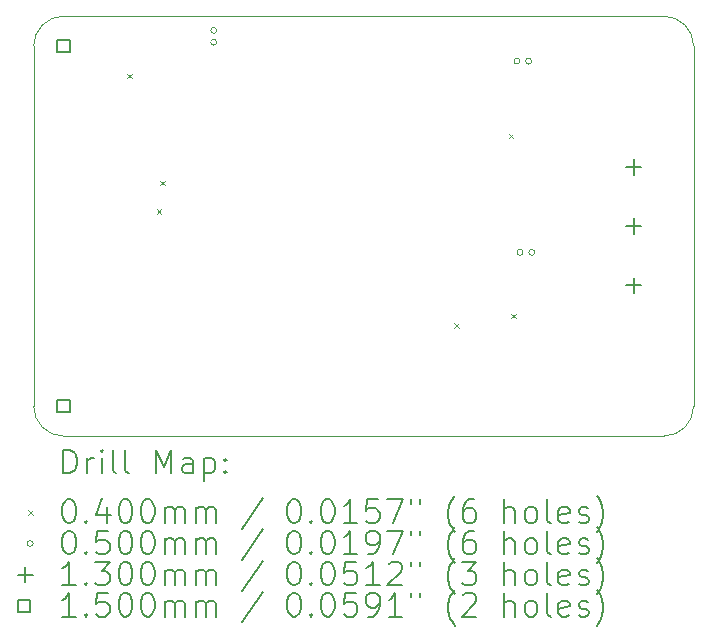
<source format=gbr>
%TF.GenerationSoftware,KiCad,Pcbnew,(6.0.11)*%
%TF.CreationDate,2023-02-10T19:02:42+05:30*%
%TF.ProjectId,1,312e6b69-6361-4645-9f70-636258585858,rev?*%
%TF.SameCoordinates,Original*%
%TF.FileFunction,Drillmap*%
%TF.FilePolarity,Positive*%
%FSLAX45Y45*%
G04 Gerber Fmt 4.5, Leading zero omitted, Abs format (unit mm)*
G04 Created by KiCad (PCBNEW (6.0.11)) date 2023-02-10 19:02:42*
%MOMM*%
%LPD*%
G01*
G04 APERTURE LIST*
%ADD10C,0.100000*%
%ADD11C,0.200000*%
%ADD12C,0.040000*%
%ADD13C,0.050000*%
%ADD14C,0.130000*%
%ADD15C,0.150000*%
G04 APERTURE END LIST*
D10*
X18542000Y-6858000D02*
X13462000Y-6858000D01*
X18542000Y-10414000D02*
G75*
G03*
X18796000Y-10160000I0J254000D01*
G01*
X13462000Y-6858000D02*
G75*
G03*
X13208000Y-7112000I0J-254000D01*
G01*
X13208000Y-10160000D02*
G75*
G03*
X13462000Y-10414000I254000J0D01*
G01*
X18796000Y-7112000D02*
G75*
G03*
X18542000Y-6858000I-254000J0D01*
G01*
X18796000Y-10160000D02*
X18796000Y-7112000D01*
X13208000Y-7112000D02*
X13208000Y-10160000D01*
X13462000Y-10414000D02*
X18542000Y-10414000D01*
D11*
D12*
X13996900Y-7346000D02*
X14036900Y-7386000D01*
X14036900Y-7346000D02*
X13996900Y-7386000D01*
X14250000Y-8490000D02*
X14290000Y-8530000D01*
X14290000Y-8490000D02*
X14250000Y-8530000D01*
X14280000Y-8250000D02*
X14320000Y-8290000D01*
X14320000Y-8250000D02*
X14280000Y-8290000D01*
X16770000Y-9460000D02*
X16810000Y-9500000D01*
X16810000Y-9460000D02*
X16770000Y-9500000D01*
X17229000Y-7854000D02*
X17269000Y-7894000D01*
X17269000Y-7854000D02*
X17229000Y-7894000D01*
X17252000Y-9378000D02*
X17292000Y-9418000D01*
X17292000Y-9378000D02*
X17252000Y-9418000D01*
D13*
X14757000Y-6979200D02*
G75*
G03*
X14757000Y-6979200I-25000J0D01*
G01*
X14757000Y-7079200D02*
G75*
G03*
X14757000Y-7079200I-25000J0D01*
G01*
X17324000Y-7239000D02*
G75*
G03*
X17324000Y-7239000I-25000J0D01*
G01*
X17351000Y-8858250D02*
G75*
G03*
X17351000Y-8858250I-25000J0D01*
G01*
X17424000Y-7239000D02*
G75*
G03*
X17424000Y-7239000I-25000J0D01*
G01*
X17451000Y-8858250D02*
G75*
G03*
X17451000Y-8858250I-25000J0D01*
G01*
D14*
X18288000Y-8071000D02*
X18288000Y-8201000D01*
X18223000Y-8136000D02*
X18353000Y-8136000D01*
X18288000Y-8571000D02*
X18288000Y-8701000D01*
X18223000Y-8636000D02*
X18353000Y-8636000D01*
X18288000Y-9071000D02*
X18288000Y-9201000D01*
X18223000Y-9136000D02*
X18353000Y-9136000D01*
D15*
X13515033Y-7165033D02*
X13515033Y-7058966D01*
X13408966Y-7058966D01*
X13408966Y-7165033D01*
X13515033Y-7165033D01*
X13515033Y-10213034D02*
X13515033Y-10106967D01*
X13408966Y-10106967D01*
X13408966Y-10213034D01*
X13515033Y-10213034D01*
D11*
X13460619Y-10729476D02*
X13460619Y-10529476D01*
X13508238Y-10529476D01*
X13536809Y-10539000D01*
X13555857Y-10558048D01*
X13565381Y-10577095D01*
X13574905Y-10615190D01*
X13574905Y-10643762D01*
X13565381Y-10681857D01*
X13555857Y-10700905D01*
X13536809Y-10719952D01*
X13508238Y-10729476D01*
X13460619Y-10729476D01*
X13660619Y-10729476D02*
X13660619Y-10596143D01*
X13660619Y-10634238D02*
X13670143Y-10615190D01*
X13679667Y-10605667D01*
X13698714Y-10596143D01*
X13717762Y-10596143D01*
X13784428Y-10729476D02*
X13784428Y-10596143D01*
X13784428Y-10529476D02*
X13774905Y-10539000D01*
X13784428Y-10548524D01*
X13793952Y-10539000D01*
X13784428Y-10529476D01*
X13784428Y-10548524D01*
X13908238Y-10729476D02*
X13889190Y-10719952D01*
X13879667Y-10700905D01*
X13879667Y-10529476D01*
X14013000Y-10729476D02*
X13993952Y-10719952D01*
X13984428Y-10700905D01*
X13984428Y-10529476D01*
X14241571Y-10729476D02*
X14241571Y-10529476D01*
X14308238Y-10672333D01*
X14374905Y-10529476D01*
X14374905Y-10729476D01*
X14555857Y-10729476D02*
X14555857Y-10624714D01*
X14546333Y-10605667D01*
X14527286Y-10596143D01*
X14489190Y-10596143D01*
X14470143Y-10605667D01*
X14555857Y-10719952D02*
X14536809Y-10729476D01*
X14489190Y-10729476D01*
X14470143Y-10719952D01*
X14460619Y-10700905D01*
X14460619Y-10681857D01*
X14470143Y-10662810D01*
X14489190Y-10653286D01*
X14536809Y-10653286D01*
X14555857Y-10643762D01*
X14651095Y-10596143D02*
X14651095Y-10796143D01*
X14651095Y-10605667D02*
X14670143Y-10596143D01*
X14708238Y-10596143D01*
X14727286Y-10605667D01*
X14736809Y-10615190D01*
X14746333Y-10634238D01*
X14746333Y-10691381D01*
X14736809Y-10710429D01*
X14727286Y-10719952D01*
X14708238Y-10729476D01*
X14670143Y-10729476D01*
X14651095Y-10719952D01*
X14832048Y-10710429D02*
X14841571Y-10719952D01*
X14832048Y-10729476D01*
X14822524Y-10719952D01*
X14832048Y-10710429D01*
X14832048Y-10729476D01*
X14832048Y-10605667D02*
X14841571Y-10615190D01*
X14832048Y-10624714D01*
X14822524Y-10615190D01*
X14832048Y-10605667D01*
X14832048Y-10624714D01*
D12*
X13163000Y-11039000D02*
X13203000Y-11079000D01*
X13203000Y-11039000D02*
X13163000Y-11079000D01*
D11*
X13498714Y-10949476D02*
X13517762Y-10949476D01*
X13536809Y-10959000D01*
X13546333Y-10968524D01*
X13555857Y-10987571D01*
X13565381Y-11025667D01*
X13565381Y-11073286D01*
X13555857Y-11111381D01*
X13546333Y-11130429D01*
X13536809Y-11139952D01*
X13517762Y-11149476D01*
X13498714Y-11149476D01*
X13479667Y-11139952D01*
X13470143Y-11130429D01*
X13460619Y-11111381D01*
X13451095Y-11073286D01*
X13451095Y-11025667D01*
X13460619Y-10987571D01*
X13470143Y-10968524D01*
X13479667Y-10959000D01*
X13498714Y-10949476D01*
X13651095Y-11130429D02*
X13660619Y-11139952D01*
X13651095Y-11149476D01*
X13641571Y-11139952D01*
X13651095Y-11130429D01*
X13651095Y-11149476D01*
X13832048Y-11016143D02*
X13832048Y-11149476D01*
X13784428Y-10939952D02*
X13736809Y-11082810D01*
X13860619Y-11082810D01*
X13974905Y-10949476D02*
X13993952Y-10949476D01*
X14013000Y-10959000D01*
X14022524Y-10968524D01*
X14032048Y-10987571D01*
X14041571Y-11025667D01*
X14041571Y-11073286D01*
X14032048Y-11111381D01*
X14022524Y-11130429D01*
X14013000Y-11139952D01*
X13993952Y-11149476D01*
X13974905Y-11149476D01*
X13955857Y-11139952D01*
X13946333Y-11130429D01*
X13936809Y-11111381D01*
X13927286Y-11073286D01*
X13927286Y-11025667D01*
X13936809Y-10987571D01*
X13946333Y-10968524D01*
X13955857Y-10959000D01*
X13974905Y-10949476D01*
X14165381Y-10949476D02*
X14184428Y-10949476D01*
X14203476Y-10959000D01*
X14213000Y-10968524D01*
X14222524Y-10987571D01*
X14232048Y-11025667D01*
X14232048Y-11073286D01*
X14222524Y-11111381D01*
X14213000Y-11130429D01*
X14203476Y-11139952D01*
X14184428Y-11149476D01*
X14165381Y-11149476D01*
X14146333Y-11139952D01*
X14136809Y-11130429D01*
X14127286Y-11111381D01*
X14117762Y-11073286D01*
X14117762Y-11025667D01*
X14127286Y-10987571D01*
X14136809Y-10968524D01*
X14146333Y-10959000D01*
X14165381Y-10949476D01*
X14317762Y-11149476D02*
X14317762Y-11016143D01*
X14317762Y-11035190D02*
X14327286Y-11025667D01*
X14346333Y-11016143D01*
X14374905Y-11016143D01*
X14393952Y-11025667D01*
X14403476Y-11044714D01*
X14403476Y-11149476D01*
X14403476Y-11044714D02*
X14413000Y-11025667D01*
X14432048Y-11016143D01*
X14460619Y-11016143D01*
X14479667Y-11025667D01*
X14489190Y-11044714D01*
X14489190Y-11149476D01*
X14584428Y-11149476D02*
X14584428Y-11016143D01*
X14584428Y-11035190D02*
X14593952Y-11025667D01*
X14613000Y-11016143D01*
X14641571Y-11016143D01*
X14660619Y-11025667D01*
X14670143Y-11044714D01*
X14670143Y-11149476D01*
X14670143Y-11044714D02*
X14679667Y-11025667D01*
X14698714Y-11016143D01*
X14727286Y-11016143D01*
X14746333Y-11025667D01*
X14755857Y-11044714D01*
X14755857Y-11149476D01*
X15146333Y-10939952D02*
X14974905Y-11197095D01*
X15403476Y-10949476D02*
X15422524Y-10949476D01*
X15441571Y-10959000D01*
X15451095Y-10968524D01*
X15460619Y-10987571D01*
X15470143Y-11025667D01*
X15470143Y-11073286D01*
X15460619Y-11111381D01*
X15451095Y-11130429D01*
X15441571Y-11139952D01*
X15422524Y-11149476D01*
X15403476Y-11149476D01*
X15384428Y-11139952D01*
X15374905Y-11130429D01*
X15365381Y-11111381D01*
X15355857Y-11073286D01*
X15355857Y-11025667D01*
X15365381Y-10987571D01*
X15374905Y-10968524D01*
X15384428Y-10959000D01*
X15403476Y-10949476D01*
X15555857Y-11130429D02*
X15565381Y-11139952D01*
X15555857Y-11149476D01*
X15546333Y-11139952D01*
X15555857Y-11130429D01*
X15555857Y-11149476D01*
X15689190Y-10949476D02*
X15708238Y-10949476D01*
X15727286Y-10959000D01*
X15736809Y-10968524D01*
X15746333Y-10987571D01*
X15755857Y-11025667D01*
X15755857Y-11073286D01*
X15746333Y-11111381D01*
X15736809Y-11130429D01*
X15727286Y-11139952D01*
X15708238Y-11149476D01*
X15689190Y-11149476D01*
X15670143Y-11139952D01*
X15660619Y-11130429D01*
X15651095Y-11111381D01*
X15641571Y-11073286D01*
X15641571Y-11025667D01*
X15651095Y-10987571D01*
X15660619Y-10968524D01*
X15670143Y-10959000D01*
X15689190Y-10949476D01*
X15946333Y-11149476D02*
X15832048Y-11149476D01*
X15889190Y-11149476D02*
X15889190Y-10949476D01*
X15870143Y-10978048D01*
X15851095Y-10997095D01*
X15832048Y-11006619D01*
X16127286Y-10949476D02*
X16032048Y-10949476D01*
X16022524Y-11044714D01*
X16032048Y-11035190D01*
X16051095Y-11025667D01*
X16098714Y-11025667D01*
X16117762Y-11035190D01*
X16127286Y-11044714D01*
X16136809Y-11063762D01*
X16136809Y-11111381D01*
X16127286Y-11130429D01*
X16117762Y-11139952D01*
X16098714Y-11149476D01*
X16051095Y-11149476D01*
X16032048Y-11139952D01*
X16022524Y-11130429D01*
X16203476Y-10949476D02*
X16336809Y-10949476D01*
X16251095Y-11149476D01*
X16403476Y-10949476D02*
X16403476Y-10987571D01*
X16479667Y-10949476D02*
X16479667Y-10987571D01*
X16774905Y-11225667D02*
X16765381Y-11216143D01*
X16746333Y-11187571D01*
X16736809Y-11168524D01*
X16727286Y-11139952D01*
X16717762Y-11092333D01*
X16717762Y-11054238D01*
X16727286Y-11006619D01*
X16736809Y-10978048D01*
X16746333Y-10959000D01*
X16765381Y-10930429D01*
X16774905Y-10920905D01*
X16936810Y-10949476D02*
X16898714Y-10949476D01*
X16879667Y-10959000D01*
X16870143Y-10968524D01*
X16851095Y-10997095D01*
X16841571Y-11035190D01*
X16841571Y-11111381D01*
X16851095Y-11130429D01*
X16860619Y-11139952D01*
X16879667Y-11149476D01*
X16917762Y-11149476D01*
X16936810Y-11139952D01*
X16946333Y-11130429D01*
X16955857Y-11111381D01*
X16955857Y-11063762D01*
X16946333Y-11044714D01*
X16936810Y-11035190D01*
X16917762Y-11025667D01*
X16879667Y-11025667D01*
X16860619Y-11035190D01*
X16851095Y-11044714D01*
X16841571Y-11063762D01*
X17193952Y-11149476D02*
X17193952Y-10949476D01*
X17279667Y-11149476D02*
X17279667Y-11044714D01*
X17270143Y-11025667D01*
X17251095Y-11016143D01*
X17222524Y-11016143D01*
X17203476Y-11025667D01*
X17193952Y-11035190D01*
X17403476Y-11149476D02*
X17384429Y-11139952D01*
X17374905Y-11130429D01*
X17365381Y-11111381D01*
X17365381Y-11054238D01*
X17374905Y-11035190D01*
X17384429Y-11025667D01*
X17403476Y-11016143D01*
X17432048Y-11016143D01*
X17451095Y-11025667D01*
X17460619Y-11035190D01*
X17470143Y-11054238D01*
X17470143Y-11111381D01*
X17460619Y-11130429D01*
X17451095Y-11139952D01*
X17432048Y-11149476D01*
X17403476Y-11149476D01*
X17584429Y-11149476D02*
X17565381Y-11139952D01*
X17555857Y-11120905D01*
X17555857Y-10949476D01*
X17736810Y-11139952D02*
X17717762Y-11149476D01*
X17679667Y-11149476D01*
X17660619Y-11139952D01*
X17651095Y-11120905D01*
X17651095Y-11044714D01*
X17660619Y-11025667D01*
X17679667Y-11016143D01*
X17717762Y-11016143D01*
X17736810Y-11025667D01*
X17746333Y-11044714D01*
X17746333Y-11063762D01*
X17651095Y-11082810D01*
X17822524Y-11139952D02*
X17841571Y-11149476D01*
X17879667Y-11149476D01*
X17898714Y-11139952D01*
X17908238Y-11120905D01*
X17908238Y-11111381D01*
X17898714Y-11092333D01*
X17879667Y-11082810D01*
X17851095Y-11082810D01*
X17832048Y-11073286D01*
X17822524Y-11054238D01*
X17822524Y-11044714D01*
X17832048Y-11025667D01*
X17851095Y-11016143D01*
X17879667Y-11016143D01*
X17898714Y-11025667D01*
X17974905Y-11225667D02*
X17984429Y-11216143D01*
X18003476Y-11187571D01*
X18013000Y-11168524D01*
X18022524Y-11139952D01*
X18032048Y-11092333D01*
X18032048Y-11054238D01*
X18022524Y-11006619D01*
X18013000Y-10978048D01*
X18003476Y-10959000D01*
X17984429Y-10930429D01*
X17974905Y-10920905D01*
D13*
X13203000Y-11323000D02*
G75*
G03*
X13203000Y-11323000I-25000J0D01*
G01*
D11*
X13498714Y-11213476D02*
X13517762Y-11213476D01*
X13536809Y-11223000D01*
X13546333Y-11232524D01*
X13555857Y-11251571D01*
X13565381Y-11289667D01*
X13565381Y-11337286D01*
X13555857Y-11375381D01*
X13546333Y-11394428D01*
X13536809Y-11403952D01*
X13517762Y-11413476D01*
X13498714Y-11413476D01*
X13479667Y-11403952D01*
X13470143Y-11394428D01*
X13460619Y-11375381D01*
X13451095Y-11337286D01*
X13451095Y-11289667D01*
X13460619Y-11251571D01*
X13470143Y-11232524D01*
X13479667Y-11223000D01*
X13498714Y-11213476D01*
X13651095Y-11394428D02*
X13660619Y-11403952D01*
X13651095Y-11413476D01*
X13641571Y-11403952D01*
X13651095Y-11394428D01*
X13651095Y-11413476D01*
X13841571Y-11213476D02*
X13746333Y-11213476D01*
X13736809Y-11308714D01*
X13746333Y-11299190D01*
X13765381Y-11289667D01*
X13813000Y-11289667D01*
X13832048Y-11299190D01*
X13841571Y-11308714D01*
X13851095Y-11327762D01*
X13851095Y-11375381D01*
X13841571Y-11394428D01*
X13832048Y-11403952D01*
X13813000Y-11413476D01*
X13765381Y-11413476D01*
X13746333Y-11403952D01*
X13736809Y-11394428D01*
X13974905Y-11213476D02*
X13993952Y-11213476D01*
X14013000Y-11223000D01*
X14022524Y-11232524D01*
X14032048Y-11251571D01*
X14041571Y-11289667D01*
X14041571Y-11337286D01*
X14032048Y-11375381D01*
X14022524Y-11394428D01*
X14013000Y-11403952D01*
X13993952Y-11413476D01*
X13974905Y-11413476D01*
X13955857Y-11403952D01*
X13946333Y-11394428D01*
X13936809Y-11375381D01*
X13927286Y-11337286D01*
X13927286Y-11289667D01*
X13936809Y-11251571D01*
X13946333Y-11232524D01*
X13955857Y-11223000D01*
X13974905Y-11213476D01*
X14165381Y-11213476D02*
X14184428Y-11213476D01*
X14203476Y-11223000D01*
X14213000Y-11232524D01*
X14222524Y-11251571D01*
X14232048Y-11289667D01*
X14232048Y-11337286D01*
X14222524Y-11375381D01*
X14213000Y-11394428D01*
X14203476Y-11403952D01*
X14184428Y-11413476D01*
X14165381Y-11413476D01*
X14146333Y-11403952D01*
X14136809Y-11394428D01*
X14127286Y-11375381D01*
X14117762Y-11337286D01*
X14117762Y-11289667D01*
X14127286Y-11251571D01*
X14136809Y-11232524D01*
X14146333Y-11223000D01*
X14165381Y-11213476D01*
X14317762Y-11413476D02*
X14317762Y-11280143D01*
X14317762Y-11299190D02*
X14327286Y-11289667D01*
X14346333Y-11280143D01*
X14374905Y-11280143D01*
X14393952Y-11289667D01*
X14403476Y-11308714D01*
X14403476Y-11413476D01*
X14403476Y-11308714D02*
X14413000Y-11289667D01*
X14432048Y-11280143D01*
X14460619Y-11280143D01*
X14479667Y-11289667D01*
X14489190Y-11308714D01*
X14489190Y-11413476D01*
X14584428Y-11413476D02*
X14584428Y-11280143D01*
X14584428Y-11299190D02*
X14593952Y-11289667D01*
X14613000Y-11280143D01*
X14641571Y-11280143D01*
X14660619Y-11289667D01*
X14670143Y-11308714D01*
X14670143Y-11413476D01*
X14670143Y-11308714D02*
X14679667Y-11289667D01*
X14698714Y-11280143D01*
X14727286Y-11280143D01*
X14746333Y-11289667D01*
X14755857Y-11308714D01*
X14755857Y-11413476D01*
X15146333Y-11203952D02*
X14974905Y-11461095D01*
X15403476Y-11213476D02*
X15422524Y-11213476D01*
X15441571Y-11223000D01*
X15451095Y-11232524D01*
X15460619Y-11251571D01*
X15470143Y-11289667D01*
X15470143Y-11337286D01*
X15460619Y-11375381D01*
X15451095Y-11394428D01*
X15441571Y-11403952D01*
X15422524Y-11413476D01*
X15403476Y-11413476D01*
X15384428Y-11403952D01*
X15374905Y-11394428D01*
X15365381Y-11375381D01*
X15355857Y-11337286D01*
X15355857Y-11289667D01*
X15365381Y-11251571D01*
X15374905Y-11232524D01*
X15384428Y-11223000D01*
X15403476Y-11213476D01*
X15555857Y-11394428D02*
X15565381Y-11403952D01*
X15555857Y-11413476D01*
X15546333Y-11403952D01*
X15555857Y-11394428D01*
X15555857Y-11413476D01*
X15689190Y-11213476D02*
X15708238Y-11213476D01*
X15727286Y-11223000D01*
X15736809Y-11232524D01*
X15746333Y-11251571D01*
X15755857Y-11289667D01*
X15755857Y-11337286D01*
X15746333Y-11375381D01*
X15736809Y-11394428D01*
X15727286Y-11403952D01*
X15708238Y-11413476D01*
X15689190Y-11413476D01*
X15670143Y-11403952D01*
X15660619Y-11394428D01*
X15651095Y-11375381D01*
X15641571Y-11337286D01*
X15641571Y-11289667D01*
X15651095Y-11251571D01*
X15660619Y-11232524D01*
X15670143Y-11223000D01*
X15689190Y-11213476D01*
X15946333Y-11413476D02*
X15832048Y-11413476D01*
X15889190Y-11413476D02*
X15889190Y-11213476D01*
X15870143Y-11242048D01*
X15851095Y-11261095D01*
X15832048Y-11270619D01*
X16041571Y-11413476D02*
X16079667Y-11413476D01*
X16098714Y-11403952D01*
X16108238Y-11394428D01*
X16127286Y-11365857D01*
X16136809Y-11327762D01*
X16136809Y-11251571D01*
X16127286Y-11232524D01*
X16117762Y-11223000D01*
X16098714Y-11213476D01*
X16060619Y-11213476D01*
X16041571Y-11223000D01*
X16032048Y-11232524D01*
X16022524Y-11251571D01*
X16022524Y-11299190D01*
X16032048Y-11318238D01*
X16041571Y-11327762D01*
X16060619Y-11337286D01*
X16098714Y-11337286D01*
X16117762Y-11327762D01*
X16127286Y-11318238D01*
X16136809Y-11299190D01*
X16203476Y-11213476D02*
X16336809Y-11213476D01*
X16251095Y-11413476D01*
X16403476Y-11213476D02*
X16403476Y-11251571D01*
X16479667Y-11213476D02*
X16479667Y-11251571D01*
X16774905Y-11489667D02*
X16765381Y-11480143D01*
X16746333Y-11451571D01*
X16736809Y-11432524D01*
X16727286Y-11403952D01*
X16717762Y-11356333D01*
X16717762Y-11318238D01*
X16727286Y-11270619D01*
X16736809Y-11242048D01*
X16746333Y-11223000D01*
X16765381Y-11194428D01*
X16774905Y-11184905D01*
X16936810Y-11213476D02*
X16898714Y-11213476D01*
X16879667Y-11223000D01*
X16870143Y-11232524D01*
X16851095Y-11261095D01*
X16841571Y-11299190D01*
X16841571Y-11375381D01*
X16851095Y-11394428D01*
X16860619Y-11403952D01*
X16879667Y-11413476D01*
X16917762Y-11413476D01*
X16936810Y-11403952D01*
X16946333Y-11394428D01*
X16955857Y-11375381D01*
X16955857Y-11327762D01*
X16946333Y-11308714D01*
X16936810Y-11299190D01*
X16917762Y-11289667D01*
X16879667Y-11289667D01*
X16860619Y-11299190D01*
X16851095Y-11308714D01*
X16841571Y-11327762D01*
X17193952Y-11413476D02*
X17193952Y-11213476D01*
X17279667Y-11413476D02*
X17279667Y-11308714D01*
X17270143Y-11289667D01*
X17251095Y-11280143D01*
X17222524Y-11280143D01*
X17203476Y-11289667D01*
X17193952Y-11299190D01*
X17403476Y-11413476D02*
X17384429Y-11403952D01*
X17374905Y-11394428D01*
X17365381Y-11375381D01*
X17365381Y-11318238D01*
X17374905Y-11299190D01*
X17384429Y-11289667D01*
X17403476Y-11280143D01*
X17432048Y-11280143D01*
X17451095Y-11289667D01*
X17460619Y-11299190D01*
X17470143Y-11318238D01*
X17470143Y-11375381D01*
X17460619Y-11394428D01*
X17451095Y-11403952D01*
X17432048Y-11413476D01*
X17403476Y-11413476D01*
X17584429Y-11413476D02*
X17565381Y-11403952D01*
X17555857Y-11384905D01*
X17555857Y-11213476D01*
X17736810Y-11403952D02*
X17717762Y-11413476D01*
X17679667Y-11413476D01*
X17660619Y-11403952D01*
X17651095Y-11384905D01*
X17651095Y-11308714D01*
X17660619Y-11289667D01*
X17679667Y-11280143D01*
X17717762Y-11280143D01*
X17736810Y-11289667D01*
X17746333Y-11308714D01*
X17746333Y-11327762D01*
X17651095Y-11346809D01*
X17822524Y-11403952D02*
X17841571Y-11413476D01*
X17879667Y-11413476D01*
X17898714Y-11403952D01*
X17908238Y-11384905D01*
X17908238Y-11375381D01*
X17898714Y-11356333D01*
X17879667Y-11346809D01*
X17851095Y-11346809D01*
X17832048Y-11337286D01*
X17822524Y-11318238D01*
X17822524Y-11308714D01*
X17832048Y-11289667D01*
X17851095Y-11280143D01*
X17879667Y-11280143D01*
X17898714Y-11289667D01*
X17974905Y-11489667D02*
X17984429Y-11480143D01*
X18003476Y-11451571D01*
X18013000Y-11432524D01*
X18022524Y-11403952D01*
X18032048Y-11356333D01*
X18032048Y-11318238D01*
X18022524Y-11270619D01*
X18013000Y-11242048D01*
X18003476Y-11223000D01*
X17984429Y-11194428D01*
X17974905Y-11184905D01*
D14*
X13138000Y-11522000D02*
X13138000Y-11652000D01*
X13073000Y-11587000D02*
X13203000Y-11587000D01*
D11*
X13565381Y-11677476D02*
X13451095Y-11677476D01*
X13508238Y-11677476D02*
X13508238Y-11477476D01*
X13489190Y-11506048D01*
X13470143Y-11525095D01*
X13451095Y-11534619D01*
X13651095Y-11658428D02*
X13660619Y-11667952D01*
X13651095Y-11677476D01*
X13641571Y-11667952D01*
X13651095Y-11658428D01*
X13651095Y-11677476D01*
X13727286Y-11477476D02*
X13851095Y-11477476D01*
X13784428Y-11553667D01*
X13813000Y-11553667D01*
X13832048Y-11563190D01*
X13841571Y-11572714D01*
X13851095Y-11591762D01*
X13851095Y-11639381D01*
X13841571Y-11658428D01*
X13832048Y-11667952D01*
X13813000Y-11677476D01*
X13755857Y-11677476D01*
X13736809Y-11667952D01*
X13727286Y-11658428D01*
X13974905Y-11477476D02*
X13993952Y-11477476D01*
X14013000Y-11487000D01*
X14022524Y-11496524D01*
X14032048Y-11515571D01*
X14041571Y-11553667D01*
X14041571Y-11601286D01*
X14032048Y-11639381D01*
X14022524Y-11658428D01*
X14013000Y-11667952D01*
X13993952Y-11677476D01*
X13974905Y-11677476D01*
X13955857Y-11667952D01*
X13946333Y-11658428D01*
X13936809Y-11639381D01*
X13927286Y-11601286D01*
X13927286Y-11553667D01*
X13936809Y-11515571D01*
X13946333Y-11496524D01*
X13955857Y-11487000D01*
X13974905Y-11477476D01*
X14165381Y-11477476D02*
X14184428Y-11477476D01*
X14203476Y-11487000D01*
X14213000Y-11496524D01*
X14222524Y-11515571D01*
X14232048Y-11553667D01*
X14232048Y-11601286D01*
X14222524Y-11639381D01*
X14213000Y-11658428D01*
X14203476Y-11667952D01*
X14184428Y-11677476D01*
X14165381Y-11677476D01*
X14146333Y-11667952D01*
X14136809Y-11658428D01*
X14127286Y-11639381D01*
X14117762Y-11601286D01*
X14117762Y-11553667D01*
X14127286Y-11515571D01*
X14136809Y-11496524D01*
X14146333Y-11487000D01*
X14165381Y-11477476D01*
X14317762Y-11677476D02*
X14317762Y-11544143D01*
X14317762Y-11563190D02*
X14327286Y-11553667D01*
X14346333Y-11544143D01*
X14374905Y-11544143D01*
X14393952Y-11553667D01*
X14403476Y-11572714D01*
X14403476Y-11677476D01*
X14403476Y-11572714D02*
X14413000Y-11553667D01*
X14432048Y-11544143D01*
X14460619Y-11544143D01*
X14479667Y-11553667D01*
X14489190Y-11572714D01*
X14489190Y-11677476D01*
X14584428Y-11677476D02*
X14584428Y-11544143D01*
X14584428Y-11563190D02*
X14593952Y-11553667D01*
X14613000Y-11544143D01*
X14641571Y-11544143D01*
X14660619Y-11553667D01*
X14670143Y-11572714D01*
X14670143Y-11677476D01*
X14670143Y-11572714D02*
X14679667Y-11553667D01*
X14698714Y-11544143D01*
X14727286Y-11544143D01*
X14746333Y-11553667D01*
X14755857Y-11572714D01*
X14755857Y-11677476D01*
X15146333Y-11467952D02*
X14974905Y-11725095D01*
X15403476Y-11477476D02*
X15422524Y-11477476D01*
X15441571Y-11487000D01*
X15451095Y-11496524D01*
X15460619Y-11515571D01*
X15470143Y-11553667D01*
X15470143Y-11601286D01*
X15460619Y-11639381D01*
X15451095Y-11658428D01*
X15441571Y-11667952D01*
X15422524Y-11677476D01*
X15403476Y-11677476D01*
X15384428Y-11667952D01*
X15374905Y-11658428D01*
X15365381Y-11639381D01*
X15355857Y-11601286D01*
X15355857Y-11553667D01*
X15365381Y-11515571D01*
X15374905Y-11496524D01*
X15384428Y-11487000D01*
X15403476Y-11477476D01*
X15555857Y-11658428D02*
X15565381Y-11667952D01*
X15555857Y-11677476D01*
X15546333Y-11667952D01*
X15555857Y-11658428D01*
X15555857Y-11677476D01*
X15689190Y-11477476D02*
X15708238Y-11477476D01*
X15727286Y-11487000D01*
X15736809Y-11496524D01*
X15746333Y-11515571D01*
X15755857Y-11553667D01*
X15755857Y-11601286D01*
X15746333Y-11639381D01*
X15736809Y-11658428D01*
X15727286Y-11667952D01*
X15708238Y-11677476D01*
X15689190Y-11677476D01*
X15670143Y-11667952D01*
X15660619Y-11658428D01*
X15651095Y-11639381D01*
X15641571Y-11601286D01*
X15641571Y-11553667D01*
X15651095Y-11515571D01*
X15660619Y-11496524D01*
X15670143Y-11487000D01*
X15689190Y-11477476D01*
X15936809Y-11477476D02*
X15841571Y-11477476D01*
X15832048Y-11572714D01*
X15841571Y-11563190D01*
X15860619Y-11553667D01*
X15908238Y-11553667D01*
X15927286Y-11563190D01*
X15936809Y-11572714D01*
X15946333Y-11591762D01*
X15946333Y-11639381D01*
X15936809Y-11658428D01*
X15927286Y-11667952D01*
X15908238Y-11677476D01*
X15860619Y-11677476D01*
X15841571Y-11667952D01*
X15832048Y-11658428D01*
X16136809Y-11677476D02*
X16022524Y-11677476D01*
X16079667Y-11677476D02*
X16079667Y-11477476D01*
X16060619Y-11506048D01*
X16041571Y-11525095D01*
X16022524Y-11534619D01*
X16213000Y-11496524D02*
X16222524Y-11487000D01*
X16241571Y-11477476D01*
X16289190Y-11477476D01*
X16308238Y-11487000D01*
X16317762Y-11496524D01*
X16327286Y-11515571D01*
X16327286Y-11534619D01*
X16317762Y-11563190D01*
X16203476Y-11677476D01*
X16327286Y-11677476D01*
X16403476Y-11477476D02*
X16403476Y-11515571D01*
X16479667Y-11477476D02*
X16479667Y-11515571D01*
X16774905Y-11753667D02*
X16765381Y-11744143D01*
X16746333Y-11715571D01*
X16736809Y-11696524D01*
X16727286Y-11667952D01*
X16717762Y-11620333D01*
X16717762Y-11582238D01*
X16727286Y-11534619D01*
X16736809Y-11506048D01*
X16746333Y-11487000D01*
X16765381Y-11458428D01*
X16774905Y-11448905D01*
X16832048Y-11477476D02*
X16955857Y-11477476D01*
X16889190Y-11553667D01*
X16917762Y-11553667D01*
X16936810Y-11563190D01*
X16946333Y-11572714D01*
X16955857Y-11591762D01*
X16955857Y-11639381D01*
X16946333Y-11658428D01*
X16936810Y-11667952D01*
X16917762Y-11677476D01*
X16860619Y-11677476D01*
X16841571Y-11667952D01*
X16832048Y-11658428D01*
X17193952Y-11677476D02*
X17193952Y-11477476D01*
X17279667Y-11677476D02*
X17279667Y-11572714D01*
X17270143Y-11553667D01*
X17251095Y-11544143D01*
X17222524Y-11544143D01*
X17203476Y-11553667D01*
X17193952Y-11563190D01*
X17403476Y-11677476D02*
X17384429Y-11667952D01*
X17374905Y-11658428D01*
X17365381Y-11639381D01*
X17365381Y-11582238D01*
X17374905Y-11563190D01*
X17384429Y-11553667D01*
X17403476Y-11544143D01*
X17432048Y-11544143D01*
X17451095Y-11553667D01*
X17460619Y-11563190D01*
X17470143Y-11582238D01*
X17470143Y-11639381D01*
X17460619Y-11658428D01*
X17451095Y-11667952D01*
X17432048Y-11677476D01*
X17403476Y-11677476D01*
X17584429Y-11677476D02*
X17565381Y-11667952D01*
X17555857Y-11648905D01*
X17555857Y-11477476D01*
X17736810Y-11667952D02*
X17717762Y-11677476D01*
X17679667Y-11677476D01*
X17660619Y-11667952D01*
X17651095Y-11648905D01*
X17651095Y-11572714D01*
X17660619Y-11553667D01*
X17679667Y-11544143D01*
X17717762Y-11544143D01*
X17736810Y-11553667D01*
X17746333Y-11572714D01*
X17746333Y-11591762D01*
X17651095Y-11610809D01*
X17822524Y-11667952D02*
X17841571Y-11677476D01*
X17879667Y-11677476D01*
X17898714Y-11667952D01*
X17908238Y-11648905D01*
X17908238Y-11639381D01*
X17898714Y-11620333D01*
X17879667Y-11610809D01*
X17851095Y-11610809D01*
X17832048Y-11601286D01*
X17822524Y-11582238D01*
X17822524Y-11572714D01*
X17832048Y-11553667D01*
X17851095Y-11544143D01*
X17879667Y-11544143D01*
X17898714Y-11553667D01*
X17974905Y-11753667D02*
X17984429Y-11744143D01*
X18003476Y-11715571D01*
X18013000Y-11696524D01*
X18022524Y-11667952D01*
X18032048Y-11620333D01*
X18032048Y-11582238D01*
X18022524Y-11534619D01*
X18013000Y-11506048D01*
X18003476Y-11487000D01*
X17984429Y-11458428D01*
X17974905Y-11448905D01*
D15*
X13181033Y-11904033D02*
X13181033Y-11797966D01*
X13074966Y-11797966D01*
X13074966Y-11904033D01*
X13181033Y-11904033D01*
D11*
X13565381Y-11941476D02*
X13451095Y-11941476D01*
X13508238Y-11941476D02*
X13508238Y-11741476D01*
X13489190Y-11770048D01*
X13470143Y-11789095D01*
X13451095Y-11798619D01*
X13651095Y-11922428D02*
X13660619Y-11931952D01*
X13651095Y-11941476D01*
X13641571Y-11931952D01*
X13651095Y-11922428D01*
X13651095Y-11941476D01*
X13841571Y-11741476D02*
X13746333Y-11741476D01*
X13736809Y-11836714D01*
X13746333Y-11827190D01*
X13765381Y-11817667D01*
X13813000Y-11817667D01*
X13832048Y-11827190D01*
X13841571Y-11836714D01*
X13851095Y-11855762D01*
X13851095Y-11903381D01*
X13841571Y-11922428D01*
X13832048Y-11931952D01*
X13813000Y-11941476D01*
X13765381Y-11941476D01*
X13746333Y-11931952D01*
X13736809Y-11922428D01*
X13974905Y-11741476D02*
X13993952Y-11741476D01*
X14013000Y-11751000D01*
X14022524Y-11760524D01*
X14032048Y-11779571D01*
X14041571Y-11817667D01*
X14041571Y-11865286D01*
X14032048Y-11903381D01*
X14022524Y-11922428D01*
X14013000Y-11931952D01*
X13993952Y-11941476D01*
X13974905Y-11941476D01*
X13955857Y-11931952D01*
X13946333Y-11922428D01*
X13936809Y-11903381D01*
X13927286Y-11865286D01*
X13927286Y-11817667D01*
X13936809Y-11779571D01*
X13946333Y-11760524D01*
X13955857Y-11751000D01*
X13974905Y-11741476D01*
X14165381Y-11741476D02*
X14184428Y-11741476D01*
X14203476Y-11751000D01*
X14213000Y-11760524D01*
X14222524Y-11779571D01*
X14232048Y-11817667D01*
X14232048Y-11865286D01*
X14222524Y-11903381D01*
X14213000Y-11922428D01*
X14203476Y-11931952D01*
X14184428Y-11941476D01*
X14165381Y-11941476D01*
X14146333Y-11931952D01*
X14136809Y-11922428D01*
X14127286Y-11903381D01*
X14117762Y-11865286D01*
X14117762Y-11817667D01*
X14127286Y-11779571D01*
X14136809Y-11760524D01*
X14146333Y-11751000D01*
X14165381Y-11741476D01*
X14317762Y-11941476D02*
X14317762Y-11808143D01*
X14317762Y-11827190D02*
X14327286Y-11817667D01*
X14346333Y-11808143D01*
X14374905Y-11808143D01*
X14393952Y-11817667D01*
X14403476Y-11836714D01*
X14403476Y-11941476D01*
X14403476Y-11836714D02*
X14413000Y-11817667D01*
X14432048Y-11808143D01*
X14460619Y-11808143D01*
X14479667Y-11817667D01*
X14489190Y-11836714D01*
X14489190Y-11941476D01*
X14584428Y-11941476D02*
X14584428Y-11808143D01*
X14584428Y-11827190D02*
X14593952Y-11817667D01*
X14613000Y-11808143D01*
X14641571Y-11808143D01*
X14660619Y-11817667D01*
X14670143Y-11836714D01*
X14670143Y-11941476D01*
X14670143Y-11836714D02*
X14679667Y-11817667D01*
X14698714Y-11808143D01*
X14727286Y-11808143D01*
X14746333Y-11817667D01*
X14755857Y-11836714D01*
X14755857Y-11941476D01*
X15146333Y-11731952D02*
X14974905Y-11989095D01*
X15403476Y-11741476D02*
X15422524Y-11741476D01*
X15441571Y-11751000D01*
X15451095Y-11760524D01*
X15460619Y-11779571D01*
X15470143Y-11817667D01*
X15470143Y-11865286D01*
X15460619Y-11903381D01*
X15451095Y-11922428D01*
X15441571Y-11931952D01*
X15422524Y-11941476D01*
X15403476Y-11941476D01*
X15384428Y-11931952D01*
X15374905Y-11922428D01*
X15365381Y-11903381D01*
X15355857Y-11865286D01*
X15355857Y-11817667D01*
X15365381Y-11779571D01*
X15374905Y-11760524D01*
X15384428Y-11751000D01*
X15403476Y-11741476D01*
X15555857Y-11922428D02*
X15565381Y-11931952D01*
X15555857Y-11941476D01*
X15546333Y-11931952D01*
X15555857Y-11922428D01*
X15555857Y-11941476D01*
X15689190Y-11741476D02*
X15708238Y-11741476D01*
X15727286Y-11751000D01*
X15736809Y-11760524D01*
X15746333Y-11779571D01*
X15755857Y-11817667D01*
X15755857Y-11865286D01*
X15746333Y-11903381D01*
X15736809Y-11922428D01*
X15727286Y-11931952D01*
X15708238Y-11941476D01*
X15689190Y-11941476D01*
X15670143Y-11931952D01*
X15660619Y-11922428D01*
X15651095Y-11903381D01*
X15641571Y-11865286D01*
X15641571Y-11817667D01*
X15651095Y-11779571D01*
X15660619Y-11760524D01*
X15670143Y-11751000D01*
X15689190Y-11741476D01*
X15936809Y-11741476D02*
X15841571Y-11741476D01*
X15832048Y-11836714D01*
X15841571Y-11827190D01*
X15860619Y-11817667D01*
X15908238Y-11817667D01*
X15927286Y-11827190D01*
X15936809Y-11836714D01*
X15946333Y-11855762D01*
X15946333Y-11903381D01*
X15936809Y-11922428D01*
X15927286Y-11931952D01*
X15908238Y-11941476D01*
X15860619Y-11941476D01*
X15841571Y-11931952D01*
X15832048Y-11922428D01*
X16041571Y-11941476D02*
X16079667Y-11941476D01*
X16098714Y-11931952D01*
X16108238Y-11922428D01*
X16127286Y-11893857D01*
X16136809Y-11855762D01*
X16136809Y-11779571D01*
X16127286Y-11760524D01*
X16117762Y-11751000D01*
X16098714Y-11741476D01*
X16060619Y-11741476D01*
X16041571Y-11751000D01*
X16032048Y-11760524D01*
X16022524Y-11779571D01*
X16022524Y-11827190D01*
X16032048Y-11846238D01*
X16041571Y-11855762D01*
X16060619Y-11865286D01*
X16098714Y-11865286D01*
X16117762Y-11855762D01*
X16127286Y-11846238D01*
X16136809Y-11827190D01*
X16327286Y-11941476D02*
X16213000Y-11941476D01*
X16270143Y-11941476D02*
X16270143Y-11741476D01*
X16251095Y-11770048D01*
X16232048Y-11789095D01*
X16213000Y-11798619D01*
X16403476Y-11741476D02*
X16403476Y-11779571D01*
X16479667Y-11741476D02*
X16479667Y-11779571D01*
X16774905Y-12017667D02*
X16765381Y-12008143D01*
X16746333Y-11979571D01*
X16736809Y-11960524D01*
X16727286Y-11931952D01*
X16717762Y-11884333D01*
X16717762Y-11846238D01*
X16727286Y-11798619D01*
X16736809Y-11770048D01*
X16746333Y-11751000D01*
X16765381Y-11722428D01*
X16774905Y-11712905D01*
X16841571Y-11760524D02*
X16851095Y-11751000D01*
X16870143Y-11741476D01*
X16917762Y-11741476D01*
X16936810Y-11751000D01*
X16946333Y-11760524D01*
X16955857Y-11779571D01*
X16955857Y-11798619D01*
X16946333Y-11827190D01*
X16832048Y-11941476D01*
X16955857Y-11941476D01*
X17193952Y-11941476D02*
X17193952Y-11741476D01*
X17279667Y-11941476D02*
X17279667Y-11836714D01*
X17270143Y-11817667D01*
X17251095Y-11808143D01*
X17222524Y-11808143D01*
X17203476Y-11817667D01*
X17193952Y-11827190D01*
X17403476Y-11941476D02*
X17384429Y-11931952D01*
X17374905Y-11922428D01*
X17365381Y-11903381D01*
X17365381Y-11846238D01*
X17374905Y-11827190D01*
X17384429Y-11817667D01*
X17403476Y-11808143D01*
X17432048Y-11808143D01*
X17451095Y-11817667D01*
X17460619Y-11827190D01*
X17470143Y-11846238D01*
X17470143Y-11903381D01*
X17460619Y-11922428D01*
X17451095Y-11931952D01*
X17432048Y-11941476D01*
X17403476Y-11941476D01*
X17584429Y-11941476D02*
X17565381Y-11931952D01*
X17555857Y-11912905D01*
X17555857Y-11741476D01*
X17736810Y-11931952D02*
X17717762Y-11941476D01*
X17679667Y-11941476D01*
X17660619Y-11931952D01*
X17651095Y-11912905D01*
X17651095Y-11836714D01*
X17660619Y-11817667D01*
X17679667Y-11808143D01*
X17717762Y-11808143D01*
X17736810Y-11817667D01*
X17746333Y-11836714D01*
X17746333Y-11855762D01*
X17651095Y-11874809D01*
X17822524Y-11931952D02*
X17841571Y-11941476D01*
X17879667Y-11941476D01*
X17898714Y-11931952D01*
X17908238Y-11912905D01*
X17908238Y-11903381D01*
X17898714Y-11884333D01*
X17879667Y-11874809D01*
X17851095Y-11874809D01*
X17832048Y-11865286D01*
X17822524Y-11846238D01*
X17822524Y-11836714D01*
X17832048Y-11817667D01*
X17851095Y-11808143D01*
X17879667Y-11808143D01*
X17898714Y-11817667D01*
X17974905Y-12017667D02*
X17984429Y-12008143D01*
X18003476Y-11979571D01*
X18013000Y-11960524D01*
X18022524Y-11931952D01*
X18032048Y-11884333D01*
X18032048Y-11846238D01*
X18022524Y-11798619D01*
X18013000Y-11770048D01*
X18003476Y-11751000D01*
X17984429Y-11722428D01*
X17974905Y-11712905D01*
M02*

</source>
